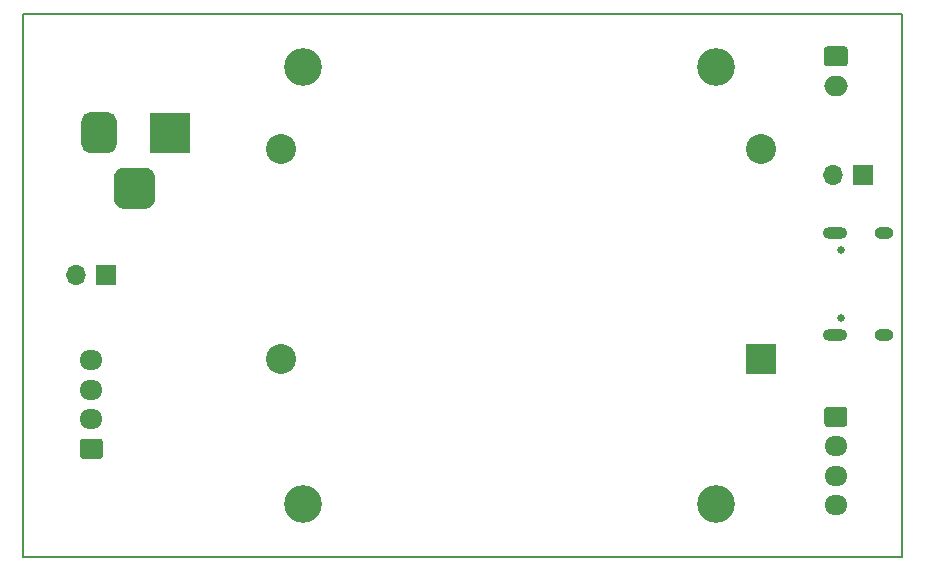
<source format=gbr>
G04 #@! TF.GenerationSoftware,KiCad,Pcbnew,7.0.11+1*
G04 #@! TF.ProjectId,radwag_scale,72616477-6167-45f7-9363-616c652e6b69,rev?*
G04 #@! TF.SameCoordinates,Original*
G04 #@! TF.FileFunction,Soldermask,Bot*
G04 #@! TF.FilePolarity,Negative*
%FSLAX46Y46*%
G04 Gerber Fmt 4.6, Leading zero omitted, Abs format (unit mm)*
%MOMM*%
%LPD*%
G01*
G04 APERTURE LIST*
G04 #@! TA.AperFunction,Profile*
%ADD10C,0.200000*%
G04 #@! TD*
%ADD11C,0.650000*%
%ADD12O,2.100000X1.000000*%
%ADD13O,1.600000X1.000000*%
%ADD14R,3.500000X3.500000*%
%ADD15C,3.200000*%
%ADD16O,1.950000X1.700000*%
%ADD17R,1.700000X1.700000*%
%ADD18O,1.700000X1.700000*%
%ADD19R,2.540000X2.540000*%
%ADD20C,2.540000*%
%ADD21O,2.000000X1.700000*%
G04 APERTURE END LIST*
D10*
X66330000Y-35560000D02*
X140716000Y-35560000D01*
X140716000Y-81534000D01*
X66330000Y-81534000D01*
X66330000Y-35560000D01*
D11*
X135560000Y-61290000D03*
X135560000Y-55510000D03*
D12*
X135030000Y-62720000D03*
D13*
X139210000Y-62720000D03*
D12*
X135030000Y-54080000D03*
D13*
X139210000Y-54080000D03*
D14*
X78750000Y-45600000D03*
G36*
G01*
X71250000Y-46600000D02*
X71250000Y-44600000D01*
G75*
G02*
X72000000Y-43850000I750000J0D01*
G01*
X73500000Y-43850000D01*
G75*
G02*
X74250000Y-44600000I0J-750000D01*
G01*
X74250000Y-46600000D01*
G75*
G02*
X73500000Y-47350000I-750000J0D01*
G01*
X72000000Y-47350000D01*
G75*
G02*
X71250000Y-46600000I0J750000D01*
G01*
G37*
G36*
G01*
X74000000Y-51175000D02*
X74000000Y-49425000D01*
G75*
G02*
X74875000Y-48550000I875000J0D01*
G01*
X76625000Y-48550000D01*
G75*
G02*
X77500000Y-49425000I0J-875000D01*
G01*
X77500000Y-51175000D01*
G75*
G02*
X76625000Y-52050000I-875000J0D01*
G01*
X74875000Y-52050000D01*
G75*
G02*
X74000000Y-51175000I0J875000D01*
G01*
G37*
D15*
X125000000Y-40000000D03*
X90000000Y-77000000D03*
G36*
G01*
X72825000Y-73200000D02*
X71375000Y-73200000D01*
G75*
G02*
X71125000Y-72950000I0J250000D01*
G01*
X71125000Y-71750000D01*
G75*
G02*
X71375000Y-71500000I250000J0D01*
G01*
X72825000Y-71500000D01*
G75*
G02*
X73075000Y-71750000I0J-250000D01*
G01*
X73075000Y-72950000D01*
G75*
G02*
X72825000Y-73200000I-250000J0D01*
G01*
G37*
D16*
X72100000Y-69850000D03*
X72100000Y-67350000D03*
X72100000Y-64850000D03*
D17*
X73375000Y-57650000D03*
D18*
X70835000Y-57650000D03*
D17*
X137400000Y-49200000D03*
D18*
X134860000Y-49200000D03*
D15*
X125000000Y-77000000D03*
D19*
X128778000Y-64770000D03*
D20*
X128778000Y-46990000D03*
X88138000Y-46990000D03*
X88138000Y-64770000D03*
G36*
G01*
X134385500Y-38286000D02*
X135885500Y-38286000D01*
G75*
G02*
X136135500Y-38536000I0J-250000D01*
G01*
X136135500Y-39736000D01*
G75*
G02*
X135885500Y-39986000I-250000J0D01*
G01*
X134385500Y-39986000D01*
G75*
G02*
X134135500Y-39736000I0J250000D01*
G01*
X134135500Y-38536000D01*
G75*
G02*
X134385500Y-38286000I250000J0D01*
G01*
G37*
D21*
X135135500Y-41636000D03*
G36*
G01*
X134410500Y-68806000D02*
X135860500Y-68806000D01*
G75*
G02*
X136110500Y-69056000I0J-250000D01*
G01*
X136110500Y-70256000D01*
G75*
G02*
X135860500Y-70506000I-250000J0D01*
G01*
X134410500Y-70506000D01*
G75*
G02*
X134160500Y-70256000I0J250000D01*
G01*
X134160500Y-69056000D01*
G75*
G02*
X134410500Y-68806000I250000J0D01*
G01*
G37*
D16*
X135135500Y-72156000D03*
X135135500Y-74656000D03*
X135135500Y-77156000D03*
D15*
X90000000Y-40000000D03*
M02*

</source>
